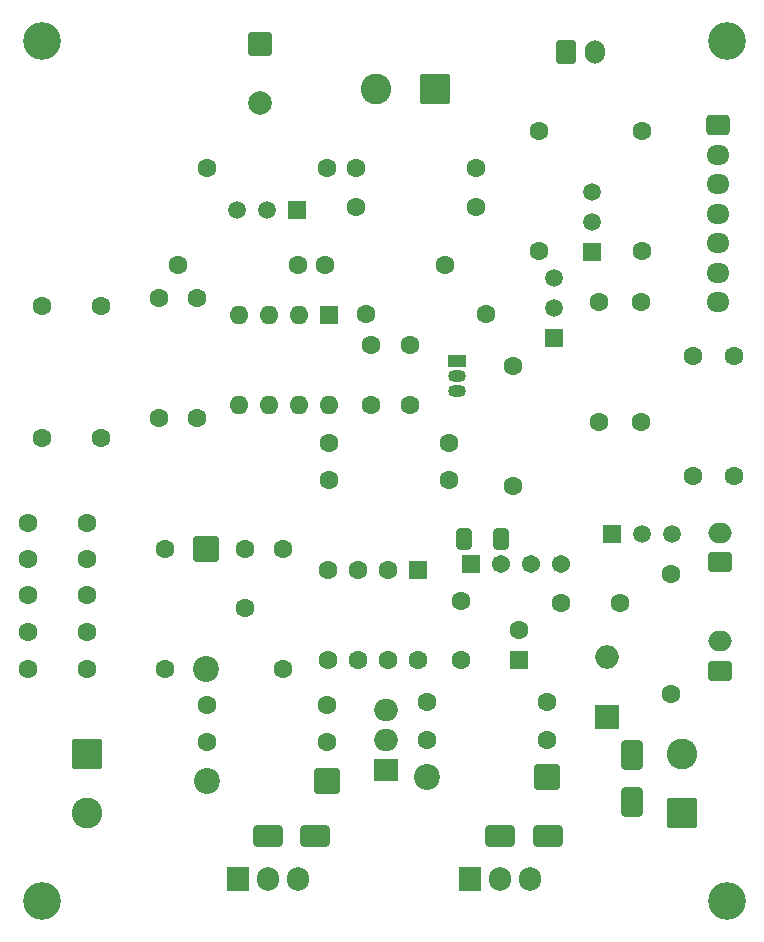
<source format=gbs>
%TF.GenerationSoftware,KiCad,Pcbnew,9.0.3*%
%TF.CreationDate,2025-08-27T16:52:30+03:00*%
%TF.ProjectId,Protection,50726f74-6563-4746-996f-6e2e6b696361,1.0*%
%TF.SameCoordinates,Original*%
%TF.FileFunction,Soldermask,Bot*%
%TF.FilePolarity,Negative*%
%FSLAX46Y46*%
G04 Gerber Fmt 4.6, Leading zero omitted, Abs format (unit mm)*
G04 Created by KiCad (PCBNEW 9.0.3) date 2025-08-27 16:52:30*
%MOMM*%
%LPD*%
G01*
G04 APERTURE LIST*
G04 Aperture macros list*
%AMRoundRect*
0 Rectangle with rounded corners*
0 $1 Rounding radius*
0 $2 $3 $4 $5 $6 $7 $8 $9 X,Y pos of 4 corners*
0 Add a 4 corners polygon primitive as box body*
4,1,4,$2,$3,$4,$5,$6,$7,$8,$9,$2,$3,0*
0 Add four circle primitives for the rounded corners*
1,1,$1+$1,$2,$3*
1,1,$1+$1,$4,$5*
1,1,$1+$1,$6,$7*
1,1,$1+$1,$8,$9*
0 Add four rect primitives between the rounded corners*
20,1,$1+$1,$2,$3,$4,$5,0*
20,1,$1+$1,$4,$5,$6,$7,0*
20,1,$1+$1,$6,$7,$8,$9,0*
20,1,$1+$1,$8,$9,$2,$3,0*%
G04 Aperture macros list end*
%ADD10RoundRect,0.249999X-0.850001X0.850001X-0.850001X-0.850001X0.850001X-0.850001X0.850001X0.850001X0*%
%ADD11C,2.200000*%
%ADD12R,1.500000X1.500000*%
%ADD13C,1.500000*%
%ADD14RoundRect,0.250000X-0.750000X0.750000X-0.750000X-0.750000X0.750000X-0.750000X0.750000X0.750000X0*%
%ADD15C,2.000000*%
%ADD16C,1.600000*%
%ADD17C,3.200000*%
%ADD18RoundRect,0.102000X-0.669000X-0.669000X0.669000X-0.669000X0.669000X0.669000X-0.669000X0.669000X0*%
%ADD19C,1.542000*%
%ADD20RoundRect,0.250000X0.750000X-0.600000X0.750000X0.600000X-0.750000X0.600000X-0.750000X-0.600000X0*%
%ADD21O,2.000000X1.700000*%
%ADD22R,1.500000X1.050000*%
%ADD23O,1.500000X1.050000*%
%ADD24RoundRect,0.250000X-0.550000X0.550000X-0.550000X-0.550000X0.550000X-0.550000X0.550000X0.550000X0*%
%ADD25RoundRect,0.250000X1.050000X-1.050000X1.050000X1.050000X-1.050000X1.050000X-1.050000X-1.050000X0*%
%ADD26C,2.600000*%
%ADD27RoundRect,0.250000X-0.725000X0.600000X-0.725000X-0.600000X0.725000X-0.600000X0.725000X0.600000X0*%
%ADD28O,1.950000X1.700000*%
%ADD29RoundRect,0.250000X0.550000X-0.550000X0.550000X0.550000X-0.550000X0.550000X-0.550000X-0.550000X0*%
%ADD30RoundRect,0.249999X0.850001X0.850001X-0.850001X0.850001X-0.850001X-0.850001X0.850001X-0.850001X0*%
%ADD31R,1.905000X2.000000*%
%ADD32O,1.905000X2.000000*%
%ADD33R,1.600000X1.600000*%
%ADD34O,1.600000X1.600000*%
%ADD35RoundRect,0.250000X1.050000X1.050000X-1.050000X1.050000X-1.050000X-1.050000X1.050000X-1.050000X0*%
%ADD36RoundRect,0.250000X-0.600000X-0.750000X0.600000X-0.750000X0.600000X0.750000X-0.600000X0.750000X0*%
%ADD37O,1.700000X2.000000*%
%ADD38R,2.000000X2.000000*%
%ADD39O,2.000000X2.000000*%
%ADD40R,2.000000X1.905000*%
%ADD41O,2.000000X1.905000*%
%ADD42RoundRect,0.250000X-1.050000X1.050000X-1.050000X-1.050000X1.050000X-1.050000X1.050000X1.050000X0*%
%ADD43RoundRect,0.250000X-0.650000X1.000000X-0.650000X-1.000000X0.650000X-1.000000X0.650000X1.000000X0*%
%ADD44RoundRect,0.250000X-1.000000X-0.650000X1.000000X-0.650000X1.000000X0.650000X-1.000000X0.650000X0*%
%ADD45RoundRect,0.250000X0.412500X0.650000X-0.412500X0.650000X-0.412500X-0.650000X0.412500X-0.650000X0*%
G04 APERTURE END LIST*
D10*
%TO.C,D4*%
X94860000Y-112800000D03*
D11*
X94860000Y-122960000D03*
%TD*%
D12*
%TO.C,Q4*%
X124350000Y-94890000D03*
D13*
X124350000Y-92350000D03*
X124350000Y-89810000D03*
%TD*%
D14*
%TO.C,C3*%
X99450000Y-70057323D03*
D15*
X99450000Y-75057323D03*
%TD*%
D16*
%TO.C,R19*%
X95020000Y-125970000D03*
X105180000Y-125970000D03*
%TD*%
%TO.C,C11*%
X98170000Y-112800000D03*
X98170000Y-117800000D03*
%TD*%
%TO.C,C10*%
X84800000Y-110575000D03*
X79800000Y-110575000D03*
%TD*%
%TO.C,R14*%
X131750000Y-102050000D03*
X131750000Y-91890000D03*
%TD*%
D17*
%TO.C,H2*%
X139000000Y-69825000D03*
%TD*%
D18*
%TO.C,PS1*%
X117350000Y-114060000D03*
D19*
X119890000Y-114060000D03*
X122430000Y-114060000D03*
X124970000Y-114060000D03*
%TD*%
D16*
%TO.C,R7*%
X105330000Y-106935000D03*
X115490000Y-106935000D03*
%TD*%
%TO.C,R5*%
X94180000Y-101740000D03*
X94180000Y-91580000D03*
%TD*%
%TO.C,R12*%
X123120000Y-77440000D03*
X123120000Y-87600000D03*
%TD*%
D17*
%TO.C,H1*%
X80975000Y-69825000D03*
%TD*%
D16*
%TO.C,R9*%
X123770000Y-128930000D03*
X113610000Y-128930000D03*
%TD*%
%TO.C,R8*%
X105330000Y-103810000D03*
X115490000Y-103810000D03*
%TD*%
%TO.C,C8*%
X84800000Y-116725000D03*
X79800000Y-116725000D03*
%TD*%
D20*
%TO.C,J2*%
X138390000Y-123110000D03*
D21*
X138390000Y-120610000D03*
%TD*%
D22*
%TO.C,U1*%
X116145000Y-96845000D03*
D23*
X116145000Y-98115000D03*
X116145000Y-99385000D03*
%TD*%
D16*
%TO.C,C7*%
X84800000Y-119825000D03*
X79800000Y-119825000D03*
%TD*%
%TO.C,R10*%
X128150000Y-102050000D03*
X128150000Y-91890000D03*
%TD*%
%TO.C,R1*%
X108425000Y-92865000D03*
X118585000Y-92865000D03*
%TD*%
%TO.C,R13*%
X131810000Y-77440000D03*
X131810000Y-87600000D03*
%TD*%
D20*
%TO.C,J6*%
X138390000Y-113910000D03*
D21*
X138390000Y-111410000D03*
%TD*%
D16*
%TO.C,R16*%
X107580000Y-80510000D03*
X117740000Y-80510000D03*
%TD*%
%TO.C,C5*%
X81050000Y-92225000D03*
X86050000Y-92225000D03*
%TD*%
%TO.C,R15*%
X94990000Y-80510000D03*
X105150000Y-80510000D03*
%TD*%
%TO.C,R22*%
X139590000Y-106630000D03*
X139590000Y-96470000D03*
%TD*%
D24*
%TO.C,U3*%
X112870000Y-114575000D03*
D16*
X110330000Y-114575000D03*
X107790000Y-114575000D03*
X105250000Y-114575000D03*
X105250000Y-122195000D03*
X107790000Y-122195000D03*
X110330000Y-122195000D03*
X112870000Y-122195000D03*
%TD*%
D25*
%TO.C,J4*%
X135217500Y-135120000D03*
D26*
X135217500Y-130120000D03*
%TD*%
D16*
%TO.C,R24*%
X134310000Y-114920000D03*
X134310000Y-125080000D03*
%TD*%
D12*
%TO.C,Q5*%
X102610000Y-84110000D03*
D13*
X100070000Y-84110000D03*
X97530000Y-84110000D03*
%TD*%
D16*
%TO.C,C6*%
X84800000Y-122975000D03*
X79800000Y-122975000D03*
%TD*%
%TO.C,C2*%
X108880000Y-100565000D03*
X108880000Y-95565000D03*
%TD*%
%TO.C,R3*%
X92570000Y-88790000D03*
X102730000Y-88790000D03*
%TD*%
%TO.C,R21*%
X113610000Y-125740000D03*
X123770000Y-125740000D03*
%TD*%
D27*
%TO.C,J5*%
X138240000Y-76900000D03*
D28*
X138240000Y-79400000D03*
X138240000Y-81900000D03*
X138240000Y-84400000D03*
X138240000Y-86900000D03*
X138240000Y-89400000D03*
X138240000Y-91900000D03*
%TD*%
D29*
%TO.C,C14*%
X121390000Y-122185113D03*
D16*
X121390000Y-119685113D03*
%TD*%
%TO.C,R2*%
X105005000Y-88790000D03*
X115165000Y-88790000D03*
%TD*%
D30*
%TO.C,D3*%
X105170000Y-132440000D03*
D11*
X95010000Y-132440000D03*
%TD*%
D16*
%TO.C,R17*%
X117740000Y-83810000D03*
X107580000Y-83810000D03*
%TD*%
D31*
%TO.C,Q8*%
X97607500Y-140745000D03*
D32*
X100147500Y-140745000D03*
X102687500Y-140745000D03*
%TD*%
D33*
%TO.C,U2*%
X105330000Y-92990000D03*
D34*
X102790000Y-92990000D03*
X100250000Y-92990000D03*
X97710000Y-92990000D03*
X97710000Y-100610000D03*
X100250000Y-100610000D03*
X102790000Y-100610000D03*
X105330000Y-100610000D03*
%TD*%
D16*
%TO.C,C4*%
X81050000Y-103375000D03*
X86050000Y-103375000D03*
%TD*%
%TO.C,C1*%
X112180000Y-100565000D03*
X112180000Y-95565000D03*
%TD*%
%TO.C,R20*%
X120890000Y-107470000D03*
X120890000Y-97310000D03*
%TD*%
D35*
%TO.C,J1*%
X114300000Y-73850000D03*
D26*
X109300000Y-73850000D03*
%TD*%
D16*
%TO.C,R11*%
X101380000Y-112800000D03*
X101380000Y-122960000D03*
%TD*%
D12*
%TO.C,Q3*%
X127580000Y-87640000D03*
D13*
X127580000Y-85100000D03*
X127580000Y-82560000D03*
%TD*%
D36*
%TO.C,J3*%
X125360000Y-70735000D03*
D37*
X127860000Y-70735000D03*
%TD*%
D16*
%TO.C,R23*%
X136170000Y-106630000D03*
X136170000Y-96470000D03*
%TD*%
%TO.C,C9*%
X84800000Y-113655000D03*
X79800000Y-113655000D03*
%TD*%
%TO.C,R18*%
X105180000Y-129160000D03*
X95020000Y-129160000D03*
%TD*%
%TO.C,R4*%
X90950000Y-101720000D03*
X90950000Y-91560000D03*
%TD*%
%TO.C,R6*%
X91400000Y-112810000D03*
X91400000Y-122970000D03*
%TD*%
%TO.C,C13*%
X124960000Y-117360000D03*
X129960000Y-117360000D03*
%TD*%
D17*
%TO.C,H3*%
X80975000Y-142570000D03*
%TD*%
%TO.C,H4*%
X139000000Y-142570000D03*
%TD*%
D12*
%TO.C,Q1*%
X129260000Y-111520000D03*
D13*
X131800000Y-111520000D03*
X134340000Y-111520000D03*
%TD*%
D38*
%TO.C,D2*%
X128810000Y-127020000D03*
D39*
X128810000Y-121940000D03*
%TD*%
D16*
%TO.C,C15*%
X116470000Y-122190000D03*
X116470000Y-117190000D03*
%TD*%
D30*
%TO.C,D5*%
X123770000Y-132130000D03*
D11*
X113610000Y-132130000D03*
%TD*%
D40*
%TO.C,Q2*%
X110110000Y-131470000D03*
D41*
X110110000Y-128930000D03*
X110110000Y-126390000D03*
%TD*%
D42*
%TO.C,F1*%
X84862500Y-130120000D03*
D26*
X84862500Y-135120000D03*
%TD*%
D31*
%TO.C,Q6*%
X117287500Y-140745000D03*
D32*
X119827500Y-140745000D03*
X122367500Y-140745000D03*
%TD*%
D43*
%TO.C,D1*%
X130970000Y-130210000D03*
X130970000Y-134210000D03*
%TD*%
D44*
%TO.C,D7*%
X119820000Y-137110000D03*
X123820000Y-137110000D03*
%TD*%
%TO.C,D6*%
X100120000Y-137110000D03*
X104120000Y-137110000D03*
%TD*%
D45*
%TO.C,C12*%
X119882500Y-111930000D03*
X116757500Y-111930000D03*
%TD*%
M02*

</source>
